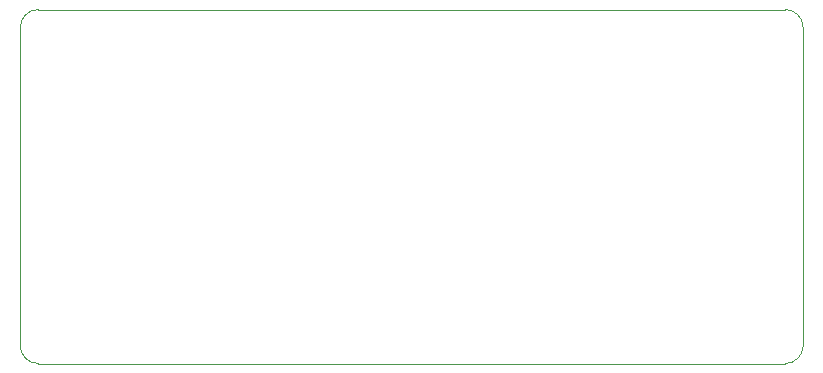
<source format=gbr>
%TF.GenerationSoftware,KiCad,Pcbnew,9.0.0*%
%TF.CreationDate,2025-03-29T11:26:47-04:00*%
%TF.ProjectId,mainboard,6d61696e-626f-4617-9264-2e6b69636164,rev?*%
%TF.SameCoordinates,Original*%
%TF.FileFunction,Profile,NP*%
%FSLAX46Y46*%
G04 Gerber Fmt 4.6, Leading zero omitted, Abs format (unit mm)*
G04 Created by KiCad (PCBNEW 9.0.0) date 2025-03-29 11:26:47*
%MOMM*%
%LPD*%
G01*
G04 APERTURE LIST*
%TA.AperFunction,Profile*%
%ADD10C,0.100000*%
%TD*%
G04 APERTURE END LIST*
D10*
X217424000Y-76200000D02*
X154178000Y-76200000D01*
X218948000Y-104648000D02*
G75*
G02*
X217424000Y-106172000I-1524000J0D01*
G01*
X218948000Y-77724000D02*
X218948000Y-104648000D01*
X154178000Y-106172000D02*
G75*
G02*
X152654000Y-104648000I0J1524000D01*
G01*
X152654000Y-77724000D02*
X152654000Y-104648000D01*
X152654000Y-77724000D02*
G75*
G02*
X154178000Y-76200000I1524000J0D01*
G01*
X217424000Y-76200000D02*
G75*
G02*
X218948000Y-77724000I0J-1524000D01*
G01*
X217424000Y-106172000D02*
X154178000Y-106172000D01*
M02*

</source>
